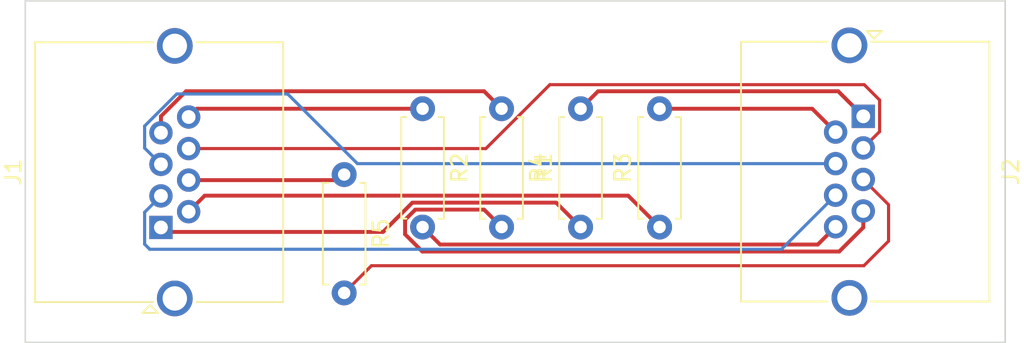
<source format=kicad_pcb>
(kicad_pcb (version 20211014) (generator pcbnew)
  (layers (0 "F.Cu" signal) (31 "B.Cu" signal) (34 "B.Paste" user) (35 "F.Paste" user) (36 "B.SilkS" user "B.Silkscreen") (37 "F.SilkS" user "F.Silkscreen") (38 "B.Mask" user) (39 "F.Mask" user) (44 "Edge.Cuts" user))
  (net 0 "")
  (net 1 "/POWER_EN")
  (net 2 "/INTERLOCK_IN")
  (net 3 "/TX+")
  (net 4 "/RX-")
  (net 5 "/RX+")
  (net 6 "/TX-")
  (net 7 "/GND")
  (net 8 "/INTERLOCK_RET")
  (net 9 "Net-(R1-Pad1)")
  (net 10 "Net-(J1-Pad2)")
  (net 11 "Net-(J1-Pad7)")
  (net 12 "Net-(J1-Pad8)")
  (net 13 "Net-(J1-Pad4)")
  (footprint "RCAS_Resistor_THT:R_Axial_DIN0207_L6.3mm_D2.5mm_P7.62mm_Horizontal" (layer "F.Cu") (at 119.4562 114.5642 90)
    (fp_text reference "R3" (at 3.81 -2.37 90) (layer "F.SilkS"))
    (fp_text value "Resistor")
    (fp_line (start 0.54 1.04) (end 0.54 1.37) (layer "F.SilkS") (width 0.12))
    (fp_line (start 0.54 -1.37) (end 7.08 -1.37) (layer "F.SilkS") (width 0.12))
    (fp_line (start 0.54 1.37) (end 7.08 1.37) (layer "F.SilkS") (width 0.12))
    (fp_line (start 7.08 -1.37) (end 7.08 -1.04) (layer "F.SilkS") (width 0.12))
    (fp_line (start 7.08 1.37) (end 7.08 1.04) (layer "F.SilkS") (width 0.12))
    (fp_line (start 0.54 -1.04) (end 0.54 -1.37) (layer "F.SilkS") (width 0.12))
    (pad "1" thru_hole circle locked (at 0 0 90) (size 1.6 1.6) (drill 0.8) (layers *.Cu *.Mask) (net 10 "Net-(J1-Pad2)"))
    (pad "2" thru_hole oval locked (at 7.62 0 90) (size 1.6 1.6) (drill 0.8) (layers *.Cu *.Mask) (net 2 "/INTERLOCK_IN"))
  )
  (footprint "RCAS_Resistor_THT:R_Axial_DIN0207_L6.3mm_D2.5mm_P7.62mm_Horizontal" (layer "F.Cu") (at 114.3762 114.5642 90)
    (fp_text reference "R1" (at 3.81 -2.37 90) (layer "F.SilkS"))
    (fp_text value "Resistor")
    (fp_line (start 0.54 1.04) (end 0.54 1.37) (layer "F.SilkS") (width 0.12))
    (fp_line (start 0.54 -1.37) (end 7.08 -1.37) (layer "F.SilkS") (width 0.12))
    (fp_line (start 7.08 1.37) (end 7.08 1.04) (layer "F.SilkS") (width 0.12))
    (fp_line (start 7.08 -1.37) (end 7.08 -1.04) (layer "F.SilkS") (width 0.12))
    (fp_line (start 0.54 1.37) (end 7.08 1.37) (layer "F.SilkS") (width 0.12))
    (fp_line (start 0.54 -1.04) (end 0.54 -1.37) (layer "F.SilkS") (width 0.12))
    (pad "1" thru_hole circle locked (at 0 0 90) (size 1.6 1.6) (drill 0.8) (layers *.Cu *.Mask) (net 9 "Net-(R1-Pad1)"))
    (pad "2" thru_hole oval locked (at 7.62 0 90) (size 1.6 1.6) (drill 0.8) (layers *.Cu *.Mask) (net 1 "/POWER_EN"))
  )
  (footprint "Connector_RJ:RJ45_Amphenol_RJHSE5380" (layer "F.Cu") (at 87.3962 114.5902 90)
    (fp_text reference "J1" (at 3.56 -9.5 90) (layer "F.SilkS"))
    (fp_text value "Conn_01x08")
    (fp_line (start -5.5 -1.2) (end -5 -0.7) (layer "F.SilkS") (width 0.12))
    (fp_line (start 11.925 -8.11) (end 11.925 -0.5) (layer "F.SilkS") (width 0.12))
    (fp_line (start -4.805 -8.11) (end -4.805 -0.5) (layer "F.SilkS") (width 0.12))
    (fp_line (start -5 -0.7) (end -5.5 -0.2) (layer "F.SilkS") (width 0.12))
    (fp_line (start -4.805 7.86) (end -4.805 2.3) (layer "F.SilkS") (width 0.12))
    (fp_line (start -4.76 -8.11) (end 11.88 -8.11) (layer "F.SilkS") (width 0.12))
    (fp_line (start 11.925 7.86) (end 11.925 2.3) (layer "F.SilkS") (width 0.12))
    (fp_line (start -4.76 7.86) (end 11.925 7.86) (layer "F.SilkS") (width 0.12))
    (fp_line (start -5.5 -0.2) (end -5.5 -1.2) (layer "F.SilkS") (width 0.12))
    (pad "" np_thru_hole circle (at 9.91 -2.54 90) (size 3.25 3.25) (drill 3.25) (layers *.Cu *.Mask))
    (pad "" np_thru_hole circle (at -2.79 -2.54 90) (size 3.25 3.25) (drill 3.25) (layers *.Cu *.Mask))
    (pad "1" thru_hole rect (at 0 0 90) (size 1.5 1.5) (drill 0.89) (layers *.Cu *.Mask) (net 9 "Net-(R1-Pad1)"))
    (pad "2" thru_hole circle (at 1.016 1.78 90) (size 1.5 1.5) (drill 0.89) (layers *.Cu *.Mask) (net 10 "Net-(J1-Pad2)"))
    (pad "3" thru_hole circle (at 2.032 0 90) (size 1.5 1.5) (drill 0.89) (layers *.Cu *.Mask) (net 3 "/TX+"))
    (pad "4" thru_hole circle (at 3.048 1.78 90) (size 1.5 1.5) (drill 0.89) (layers *.Cu *.Mask) (net 13 "Net-(J1-Pad4)"))
    (pad "5" thru_hole circle (at 4.064 0 90) (size 1.5 1.5) (drill 0.89) (layers *.Cu *.Mask) (net 5 "/RX+"))
    (pad "6" thru_hole circle (at 5.08 1.78 90) (size 1.5 1.5) (drill 0.89) (layers *.Cu *.Mask) (net 6 "/TX-"))
    (pad "7" thru_hole circle (at 6.096 0 90) (size 1.5 1.5) (drill 0.89) (layers *.Cu *.Mask) (net 11 "Net-(J1-Pad7)"))
    (pad "8" thru_hole circle (at 7.112 1.78 90) (size 1.5 1.5) (drill 0.89) (layers *.Cu *.Mask) (net 12 "Net-(J1-Pad8)"))
    (pad "SH" thru_hole circle (at -4.57 0.89 90) (size 2.3 2.3) (drill 1.57) (layers *.Cu *.Mask))
    (pad "SH" thru_hole circle (at 11.69 0.89 90) (size 2.3 2.3) (drill 1.57) (layers *.Cu *.Mask))
  )
  (footprint "RCAS_Resistor_THT:R_Axial_DIN0207_L6.3mm_D2.5mm_P7.62mm_Horizontal" (layer "F.Cu") (at 104.2162 106.9442 -90)
    (fp_text reference "R2" (at 3.81 -2.37 90) (layer "F.SilkS"))
    (fp_text value "Resistor")
    (fp_line (start 0.54 1.37) (end 7.08 1.37) (layer "F.SilkS") (width 0.12))
    (fp_line (start 0.54 1.04) (end 0.54 1.37) (layer "F.SilkS") (width 0.12))
    (fp_line (start 7.08 1.37) (end 7.08 1.04) (layer "F.SilkS") (width 0.12))
    (fp_line (start 7.08 -1.37) (end 7.08 -1.04) (layer "F.SilkS") (width 0.12))
    (fp_line (start 0.54 -1.04) (end 0.54 -1.37) (layer "F.SilkS") (width 0.12))
    (fp_line (start 0.54 -1.37) (end 7.08 -1.37) (layer "F.SilkS") (width 0.12))
    (pad "1" thru_hole circle locked (at 0 0 270) (size 1.6 1.6) (drill 0.8) (layers *.Cu *.Mask) (net 12 "Net-(J1-Pad8)"))
    (pad "2" thru_hole oval locked (at 7.62 0 270) (size 1.6 1.6) (drill 0.8) (layers *.Cu *.Mask) (net 8 "/INTERLOCK_RET"))
  )
  (footprint "RCAS_Resistor_THT:R_Axial_DIN0207_L6.3mm_D2.5mm_P7.62mm_Horizontal" (layer "F.Cu") (at 99.1762 111.1842 -90)
    (fp_text reference "R5" (at 3.81 -2.37 90) (layer "F.SilkS"))
    (fp_text value "Resistor")
    (fp_line (start 7.08 1.37) (end 7.08 1.04) (layer "F.SilkS") (width 0.12))
    (fp_line (start 0.54 -1.04) (end 0.54 -1.37) (layer "F.SilkS") (width 0.12))
    (fp_line (start 0.54 -1.37) (end 7.08 -1.37) (layer "F.SilkS") (width 0.12))
    (fp_line (start 0.54 1.37) (end 7.08 1.37) (layer "F.SilkS") (width 0.12))
    (fp_line (start 7.08 -1.37) (end 7.08 -1.04) (layer "F.SilkS") (width 0.12))
    (fp_line (start 0.54 1.04) (end 0.54 1.37) (layer "F.SilkS") (width 0.12))
    (pad "1" thru_hole circle locked (at 0 0 270) (size 1.6 1.6) (drill 0.8) (layers *.Cu *.Mask) (net 13 "Net-(J1-Pad4)"))
    (pad "2" thru_hole oval locked (at 7.62 0 270) (size 1.6 1.6) (drill 0.8) (layers *.Cu *.Mask) (net 4 "/RX-"))
  )
  (footprint "Connector_RJ:RJ45_Amphenol_RJHSE5380" (layer "F.Cu") (at 132.5512 107.4342 -90)
    (fp_text reference "J2" (at 3.56 -9.5 -90) (layer "F.SilkS"))
    (fp_text value "Conn_01x08")
    (fp_line (start -5 -0.7) (end -5.5 -0.2) (layer "F.SilkS") (width 0.12))
    (fp_line (start 11.925 -8.11) (end 11.925 -0.5) (layer "F.SilkS") (width 0.12))
    (fp_line (start -5.5 -1.2) (end -5 -0.7) (layer "F.SilkS") (width 0.12))
    (fp_line (start -4.76 7.86) (end 11.925 7.86) (layer "F.SilkS") (width 0.12))
    (fp_line (start -5.5 -0.2) (end -5.5 -1.2) (layer "F.SilkS") (width 0.12))
    (fp_line (start -4.76 -8.11) (end 11.88 -8.11) (layer "F.SilkS") (width 0.12))
    (fp_line (start -4.805 7.86) (end -4.805 2.3) (layer "F.SilkS") (width 0.12))
    (fp_line (start 11.925 7.86) (end 11.925 2.3) (layer "F.SilkS") (width 0.12))
    (fp_line (start -4.805 -8.11) (end -4.805 -0.5) (layer "F.SilkS") (width 0.12))
    (pad "" np_thru_hole circle (at 9.91 -2.54 270) (size 3.25 3.25) (drill 3.25) (layers *.Cu *.Mask))
    (pad "" np_thru_hole circle (at -2.79 -2.54 270) (size 3.25 3.25) (drill 3.25) (layers *.Cu *.Mask))
    (pad "1" thru_hole rect (at 0 0 270) (size 1.5 1.5) (drill 0.89) (layers *.Cu *.Mask) (net 1 "/POWER_EN"))
    (pad "2" thru_hole circle (at 1.016 1.78 270) (size 1.5 1.5) (drill 0.89) (layers *.Cu *.Mask) (net 2 "/INTERLOCK_IN"))
    (pad "3" thru_hole circle (at 2.032 0 270) (size 1.5 1.5) (drill 0.89) (layers *.Cu *.Mask) (net 6 "/TX-"))
    (pad "4" thru_hole circle (at 3.048 1.78 270) (size 1.5 1.5) (drill 0.89) (layers *.Cu *.Mask) (net 5 "/RX+"))
    (pad "5" thru_hole circle (at 4.064 0 270) (size 1.5 1.5) (drill 0.89) (layers *.Cu *.Mask) (net 4 "/RX-"))
    (pad "6" thru_hole circle (at 5.08 1.78 270) (size 1.5 1.5) (drill 0.89) (layers *.Cu *.Mask) (net 3 "/TX+"))
    (pad "7" thru_hole circle (at 6.096 0 270) (size 1.5 1.5) (drill 0.89) (layers *.Cu *.Mask) (net 7 "/GND"))
    (pad "8" thru_hole circle (at 7.112 1.78 270) (size 1.5 1.5) (drill 0.89) (layers *.Cu *.Mask) (net 8 "/INTERLOCK_RET"))
    (pad "SH" thru_hole circle (at -4.57 0.89 270) (size 2.3 2.3) (drill 1.57) (layers *.Cu *.Mask))
    (pad "SH" thru_hole circle (at 11.69 0.89 270) (size 2.3 2.3) (drill 1.57) (layers *.Cu *.Mask))
  )
  (footprint "RCAS_Resistor_THT:R_Axial_DIN0207_L6.3mm_D2.5mm_P7.62mm_Horizontal" (layer "F.Cu") (at 109.2962 106.9442 -90)
    (fp_text reference "R4" (at 3.81 -2.37 90) (layer "F.SilkS"))
    (fp_text value "Resistor")
    (fp_line (start 0.54 -1.04) (end 0.54 -1.37) (layer "F.SilkS") (width 0.12))
    (fp_line (start 0.54 -1.37) (end 7.08 -1.37) (layer "F.SilkS") (width 0.12))
    (fp_line (start 7.08 1.37) (end 7.08 1.04) (layer "F.SilkS") (width 0.12))
    (fp_line (start 7.08 -1.37) (end 7.08 -1.04) (layer "F.SilkS") (width 0.12))
    (fp_line (start 0.54 1.04) (end 0.54 1.37) (layer "F.SilkS") (width 0.12))
    (fp_line (start 0.54 1.37) (end 7.08 1.37) (layer "F.SilkS") (width 0.12))
    (pad "1" thru_hole circle locked (at 0 0 270) (size 1.6 1.6) (drill 0.8) (layers *.Cu *.Mask) (net 11 "Net-(J1-Pad7)"))
    (pad "2" thru_hole oval locked (at 7.62 0 270) (size 1.6 1.6) (drill 0.8) (layers *.Cu *.Mask) (net 7 "/GND"))
  )
  (gr_line (start 141.6762 99.9942) (end 78.6762 99.9942) (layer "Edge.Cuts") (width 0.1))
  (gr_line (start 78.6762 99.9942) (end 78.6762 121.9942) (layer "Edge.Cuts") (width 0.1))
  (gr_line (start 78.6762 121.9942) (end 141.6762 121.9942) (layer "Edge.Cuts") (width 0.1))
  (gr_line (start 141.6762 121.9942) (end 141.6762 99.9942) (layer "Edge.Cuts") (width 0.1))
  (segment (start 130.936689 105.819689) (end 132.5512 107.4342) (width 0.25) (layer "F.Cu") (net 1))
  (segment (start 114.3762 106.9442) (end 115.500711 105.819689) (width 0.25) (layer "F.Cu") (net 1))
  (segment (start 115.500711 105.819689) (end 130.936689 105.819689) (width 0.25) (layer "F.Cu") (net 1))
  (segment (start 129.2652 106.9442) (end 130.7712 108.4502) (width 0.25) (layer "F.Cu") (net 2))
  (segment (start 119.4562 106.9442) (end 129.2652 106.9442) (width 0.25) (layer "F.Cu") (net 2))
  (segment (start 127.2912 115.9942) (end 86.6762 115.9942) (width 0.2) (layer "B.Cu") (net 3))
  (segment (start 86.6762 115.9942) (end 86.346689 115.664689) (width 0.2) (layer "B.Cu") (net 3))
  (segment (start 130.7712 112.5142) (end 127.2912 115.9942) (width 0.2) (layer "B.Cu") (net 3))
  (segment (start 86.346689 113.607711) (end 87.3962 112.5582) (width 0.2) (layer "B.Cu") (net 3))
  (segment (start 86.346689 115.664689) (end 86.346689 113.607711) (width 0.2) (layer "B.Cu") (net 3))
  (segment (start 99.1762 118.8042) (end 100.926679 117.053721) (width 0.2) (layer "F.Cu") (net 4))
  (segment (start 132.589284 117.053721) (end 134.1762 115.466805) (width 0.2) (layer "F.Cu") (net 4))
  (segment (start 134.1762 113.1232) (end 132.5512 111.4982) (width 0.2) (layer "F.Cu") (net 4))
  (segment (start 134.1762 115.466805) (end 134.1762 113.1232) (width 0.2) (layer "F.Cu") (net 4))
  (segment (start 100.926679 117.053721) (end 132.589284 117.053721) (width 0.2) (layer "F.Cu") (net 4))
  (segment (start 86.346689 108.059477) (end 86.346689 109.476689) (width 0.2) (layer "B.Cu") (net 5))
  (segment (start 130.7712 110.4822) (end 100.029144 110.4822) (width 0.2) (layer "B.Cu") (net 5))
  (segment (start 100.029144 110.4822) (end 95.541144 105.9942) (width 0.2) (layer "B.Cu") (net 5))
  (segment (start 86.346689 109.476689) (end 87.3962 110.5262) (width 0.2) (layer "B.Cu") (net 5))
  (segment (start 88.411966 105.9942) (end 86.346689 108.059477) (width 0.2) (layer "B.Cu") (net 5))
  (segment (start 95.541144 105.9942) (end 88.411966 105.9942) (width 0.2) (layer "B.Cu") (net 5))
  (segment (start 133.600711 108.416689) (end 133.600711 106.384689) (width 0.2) (layer "F.Cu") (net 6))
  (segment (start 108.285144 109.5102) (end 89.1762 109.5102) (width 0.2) (layer "F.Cu") (net 6))
  (segment (start 133.600711 106.384689) (end 132.611192 105.39517) (width 0.2) (layer "F.Cu") (net 6))
  (segment (start 132.5512 109.4662) (end 133.600711 108.416689) (width 0.2) (layer "F.Cu") (net 6))
  (segment (start 132.611192 105.39517) (end 112.400174 105.39517) (width 0.2) (layer "F.Cu") (net 6))
  (segment (start 112.400174 105.39517) (end 108.285144 109.5102) (width 0.2) (layer "F.Cu") (net 6))
  (segment (start 103.750411 113.439689) (end 103.091689 114.098411) (width 0.25) (layer "F.Cu") (net 7))
  (segment (start 109.2962 114.5642) (end 108.171689 113.439689) (width 0.25) (layer "F.Cu") (net 7))
  (segment (start 131.003829 116.138231) (end 132.5512 114.59086) (width 0.25) (layer "F.Cu") (net 7))
  (segment (start 108.171689 113.439689) (end 103.750411 113.439689) (width 0.25) (layer "F.Cu") (net 7))
  (segment (start 103.091689 115.029989) (end 104.199931 116.138231) (width 0.25) (layer "F.Cu") (net 7))
  (segment (start 103.091689 114.098411) (end 103.091689 115.029989) (width 0.25) (layer "F.Cu") (net 7))
  (segment (start 104.199931 116.138231) (end 131.003829 116.138231) (width 0.25) (layer "F.Cu") (net 7))
  (segment (start 132.5512 114.59086) (end 132.5512 113.5302) (width 0.25) (layer "F.Cu") (net 7))
  (segment (start 104.2162 114.5642) (end 105.340711 115.688711) (width 0.25) (layer "F.Cu") (net 8))
  (segment (start 105.340711 115.688711) (end 129.628689 115.688711) (width 0.25) (layer "F.Cu") (net 8))
  (segment (start 129.628689 115.688711) (end 130.7712 114.5462) (width 0.25) (layer "F.Cu") (net 8))
  (segment (start 87.684183 114.878183) (end 87.3962 114.5902) (width 0.25) (layer "F.Cu") (net 9))
  (segment (start 114.3762 114.5642) (end 112.802169 112.990169) (width 0.25) (layer "F.Cu") (net 9))
  (segment (start 112.802169 112.990169) (end 103.564214 112.990169) (width 0.25) (layer "F.Cu") (net 9))
  (segment (start 101.6762 114.878183) (end 87.684183 114.878183) (width 0.25) (layer "F.Cu") (net 9))
  (segment (start 103.564214 112.990169) (end 101.6762 114.878183) (width 0.25) (layer "F.Cu") (net 9))
  (segment (start 90.209751 112.540649) (end 89.1762 113.5742) (width 0.25) (layer "F.Cu") (net 10))
  (segment (start 117.432649 112.540649) (end 90.209751 112.540649) (width 0.25) (layer "F.Cu") (net 10))
  (segment (start 119.4562 114.5642) (end 117.432649 112.540649) (width 0.25) (layer "F.Cu") (net 10))
  (segment (start 89.010051 105.819689) (end 87.3962 107.43354) (width 0.25) (layer "F.Cu") (net 11))
  (segment (start 108.171689 105.819689) (end 89.010051 105.819689) (width 0.25) (layer "F.Cu") (net 11))
  (segment (start 87.3962 107.43354) (end 87.3962 108.4942) (width 0.25) (layer "F.Cu") (net 11))
  (segment (start 109.2962 106.9442) (end 108.171689 105.819689) (width 0.25) (layer "F.Cu") (net 11))
  (segment (start 104.2162 106.9442) (end 89.7102 106.9442) (width 0.25) (layer "F.Cu") (net 12))
  (segment (start 89.7102 106.9442) (end 89.1762 107.4782) (width 0.25) (layer "F.Cu") (net 12))
  (segment (start 98.8182 111.5422) (end 99.1762 111.1842) (width 0.25) (layer "F.Cu") (net 13))
  (segment (start 89.1762 111.5422) (end 98.8182 111.5422) (width 0.25) (layer "F.Cu") (net 13))
)
</source>
